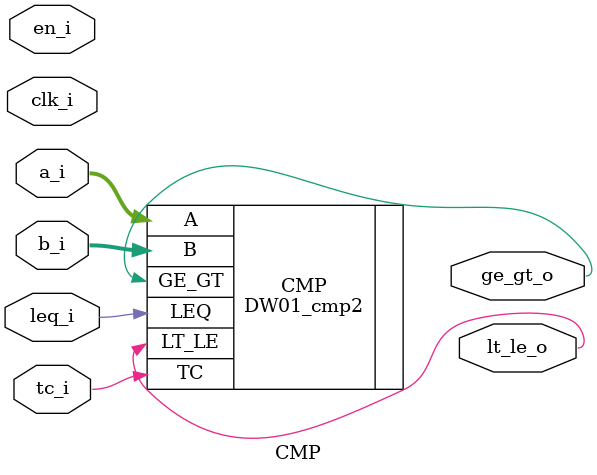
<source format=sv>
/*
###########################################
# Title:  CMP.sv
# Author: Michal Gorywoda
# Date:   29.02.2024
###########################################
*/
module CMP #(
    parameter DATA_WIDTH = 32
)(
    input                       clk_i,
    input                       en_i,
    input [DATA_WIDTH-1:0]      a_i,
    input [DATA_WIDTH-1:0]      b_i,
    input                       leq_i,
    input                       tc_i,
    output                      lt_le_o,
    output                      ge_gt_o

);


DW01_cmp2 #(
    .width(DATA_WIDTH)
    ) CMP (
        .A(a_i), 
        .B(b_i), 
        .LEQ(leq_i),
        .TC(tc_i), 
        .LT_LE(lt_le_o), 
        .GE_GT(ge_gt_o)
);

endmodule
</source>
